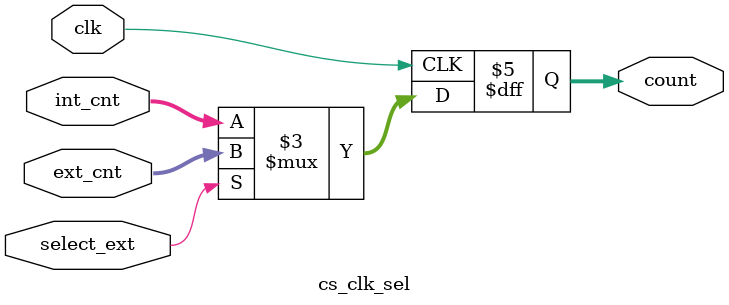
<source format=v>
`timescale 1ns / 1ps


module cs_clk_sel(
    input  wire [47:0] int_cnt,        // Internal clock cycle count
    input  wire [47:0] ext_cnt,        // External clock edge count
    input  wire        clk,            // Internal clock (320 MHz)
    input  wire        select_ext,     // 0: count internal cycles, 1: count external edges
    output reg  [47:0] count           // 48-bit counter value
);

    always @(posedge clk) begin
        if(select_ext) begin
            count <= ext_cnt;
        end else begin
            count <= int_cnt;
        end
    end



endmodule
</source>
